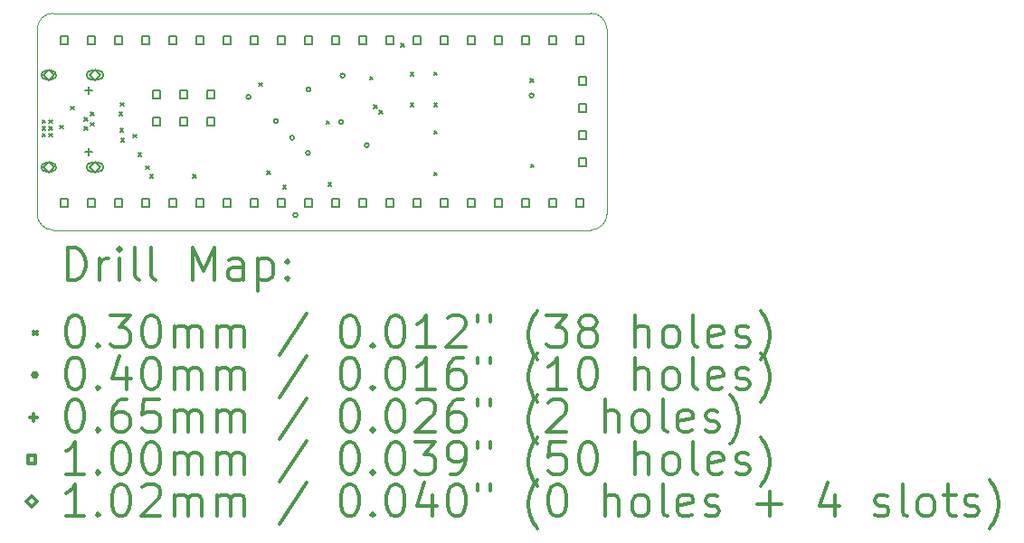
<source format=gbr>
%FSLAX45Y45*%
G04 Gerber Fmt 4.5, Leading zero omitted, Abs format (unit mm)*
G04 Created by KiCad (PCBNEW (5.1.2-1)-1) date 2020-03-21 16:32:48*
%MOMM*%
%LPD*%
G04 APERTURE LIST*
%ADD10C,0.050000*%
%ADD11C,0.200000*%
%ADD12C,0.300000*%
G04 APERTURE END LIST*
D10*
X1422400Y-3302000D02*
G75*
G02X1270000Y-3149600I-1588J150812D01*
G01*
X6451600Y-1270000D02*
G75*
G02X6604000Y-1422400I0J-152400D01*
G01*
X1270000Y-1422400D02*
G75*
G02X1422400Y-1270000I152400J0D01*
G01*
X6604000Y-3149600D02*
G75*
G02X6451600Y-3302000I-152400J0D01*
G01*
X1270000Y-3149600D02*
X1270000Y-1422400D01*
X6451600Y-3302000D02*
X1422400Y-3302000D01*
X6604000Y-1422400D02*
X6604000Y-3149600D01*
X1422400Y-1270000D02*
X6451600Y-1270000D01*
D11*
X1318500Y-2271000D02*
X1348500Y-2301000D01*
X1348500Y-2271000D02*
X1318500Y-2301000D01*
X1318500Y-2334500D02*
X1348500Y-2364500D01*
X1348500Y-2334500D02*
X1318500Y-2364500D01*
X1318500Y-2398000D02*
X1348500Y-2428000D01*
X1348500Y-2398000D02*
X1318500Y-2428000D01*
X1382000Y-2271000D02*
X1412000Y-2301000D01*
X1412000Y-2271000D02*
X1382000Y-2301000D01*
X1382000Y-2334500D02*
X1412000Y-2364500D01*
X1412000Y-2334500D02*
X1382000Y-2364500D01*
X1382000Y-2398000D02*
X1412000Y-2428000D01*
X1412000Y-2398000D02*
X1382000Y-2428000D01*
X1483600Y-2321800D02*
X1513600Y-2351800D01*
X1513600Y-2321800D02*
X1483600Y-2351800D01*
X1585200Y-2144000D02*
X1615200Y-2174000D01*
X1615200Y-2144000D02*
X1585200Y-2174000D01*
X1710974Y-2335026D02*
X1740974Y-2365026D01*
X1740974Y-2335026D02*
X1710974Y-2365026D01*
X1712050Y-2246950D02*
X1742050Y-2276950D01*
X1742050Y-2246950D02*
X1712050Y-2276950D01*
X1772000Y-2197000D02*
X1802000Y-2227000D01*
X1802000Y-2197000D02*
X1772000Y-2227000D01*
X1772511Y-2296119D02*
X1802511Y-2326119D01*
X1802511Y-2296119D02*
X1772511Y-2326119D01*
X2039000Y-2196000D02*
X2069000Y-2226000D01*
X2069000Y-2196000D02*
X2039000Y-2226000D01*
X2045000Y-2350000D02*
X2075000Y-2380000D01*
X2075000Y-2350000D02*
X2045000Y-2380000D01*
X2050001Y-2110000D02*
X2080001Y-2140000D01*
X2080001Y-2110000D02*
X2050001Y-2140000D01*
X2055000Y-2445000D02*
X2085000Y-2475000D01*
X2085000Y-2445000D02*
X2055000Y-2475000D01*
X2170000Y-2405000D02*
X2200000Y-2435000D01*
X2200000Y-2405000D02*
X2170000Y-2435000D01*
X2215000Y-2580000D02*
X2245000Y-2610000D01*
X2245000Y-2580000D02*
X2215000Y-2610000D01*
X2286637Y-2700941D02*
X2316637Y-2730941D01*
X2316637Y-2700941D02*
X2286637Y-2730941D01*
X2324000Y-2784000D02*
X2354000Y-2814000D01*
X2354000Y-2784000D02*
X2324000Y-2814000D01*
X2726000Y-2783000D02*
X2756000Y-2813000D01*
X2756000Y-2783000D02*
X2726000Y-2813000D01*
X3343684Y-1924316D02*
X3373684Y-1954316D01*
X3373684Y-1924316D02*
X3343684Y-1954316D01*
X3421861Y-2748861D02*
X3451861Y-2778861D01*
X3451861Y-2748861D02*
X3421861Y-2778861D01*
X3572000Y-2882000D02*
X3602000Y-2912000D01*
X3602000Y-2882000D02*
X3572000Y-2912000D01*
X3975734Y-2277587D02*
X4005734Y-2307587D01*
X4005734Y-2277587D02*
X3975734Y-2307587D01*
X3993437Y-2858375D02*
X4023437Y-2888375D01*
X4023437Y-2858375D02*
X3993437Y-2888375D01*
X4385000Y-1865000D02*
X4415000Y-1895000D01*
X4415000Y-1865000D02*
X4385000Y-1895000D01*
X4420000Y-2130000D02*
X4450000Y-2160000D01*
X4450000Y-2130000D02*
X4420000Y-2160000D01*
X4472995Y-2179768D02*
X4502995Y-2209768D01*
X4502995Y-2179768D02*
X4472995Y-2209768D01*
X4675979Y-1555382D02*
X4705979Y-1585382D01*
X4705979Y-1555382D02*
X4675979Y-1585382D01*
X4765000Y-1825000D02*
X4795000Y-1855000D01*
X4795000Y-1825000D02*
X4765000Y-1855000D01*
X4765000Y-2115000D02*
X4795000Y-2145000D01*
X4795000Y-2115000D02*
X4765000Y-2145000D01*
X4985000Y-1820000D02*
X5015000Y-1850000D01*
X5015000Y-1820000D02*
X4985000Y-1850000D01*
X4985000Y-2115000D02*
X5015000Y-2145000D01*
X5015000Y-2115000D02*
X4985000Y-2145000D01*
X4985000Y-2370000D02*
X5015000Y-2400000D01*
X5015000Y-2370000D02*
X4985000Y-2400000D01*
X4985000Y-2762949D02*
X5015000Y-2792949D01*
X5015000Y-2762949D02*
X4985000Y-2792949D01*
X5885000Y-1885000D02*
X5915000Y-1915000D01*
X5915000Y-1885000D02*
X5885000Y-1915000D01*
X5890000Y-2685000D02*
X5920000Y-2715000D01*
X5920000Y-2685000D02*
X5890000Y-2715000D01*
X3268281Y-2054719D02*
G75*
G03X3268281Y-2054719I-20000J0D01*
G01*
X3525000Y-2280000D02*
G75*
G03X3525000Y-2280000I-20000J0D01*
G01*
X3677000Y-2437000D02*
G75*
G03X3677000Y-2437000I-20000J0D01*
G01*
X3707000Y-3162000D02*
G75*
G03X3707000Y-3162000I-20000J0D01*
G01*
X3825000Y-2580000D02*
G75*
G03X3825000Y-2580000I-20000J0D01*
G01*
X3830000Y-1985000D02*
G75*
G03X3830000Y-1985000I-20000J0D01*
G01*
X4135000Y-2290000D02*
G75*
G03X4135000Y-2290000I-20000J0D01*
G01*
X4149281Y-1854281D02*
G75*
G03X4149281Y-1854281I-20000J0D01*
G01*
X4374963Y-2507037D02*
G75*
G03X4374963Y-2507037I-20000J0D01*
G01*
X5917562Y-2039937D02*
G75*
G03X5917562Y-2039937I-20000J0D01*
G01*
X1750220Y-1959700D02*
X1750220Y-2024700D01*
X1717720Y-1992200D02*
X1782720Y-1992200D01*
X1750220Y-2536700D02*
X1750220Y-2601700D01*
X1717720Y-2569200D02*
X1782720Y-2569200D01*
X6409168Y-1940356D02*
X6409168Y-1869644D01*
X6338457Y-1869644D01*
X6338457Y-1940356D01*
X6409168Y-1940356D01*
X6409168Y-2194356D02*
X6409168Y-2123644D01*
X6338457Y-2123644D01*
X6338457Y-2194356D01*
X6409168Y-2194356D01*
X6409168Y-2448356D02*
X6409168Y-2377644D01*
X6338457Y-2377644D01*
X6338457Y-2448356D01*
X6409168Y-2448356D01*
X6409168Y-2702356D02*
X6409168Y-2631644D01*
X6338457Y-2631644D01*
X6338457Y-2702356D01*
X6409168Y-2702356D01*
X2422956Y-2067356D02*
X2422956Y-1996644D01*
X2352244Y-1996644D01*
X2352244Y-2067356D01*
X2422956Y-2067356D01*
X2422956Y-2321356D02*
X2422956Y-2250644D01*
X2352244Y-2250644D01*
X2352244Y-2321356D01*
X2422956Y-2321356D01*
X2676956Y-2067356D02*
X2676956Y-1996644D01*
X2606244Y-1996644D01*
X2606244Y-2067356D01*
X2676956Y-2067356D01*
X2676956Y-2321356D02*
X2676956Y-2250644D01*
X2606244Y-2250644D01*
X2606244Y-2321356D01*
X2676956Y-2321356D01*
X2930956Y-2067356D02*
X2930956Y-1996644D01*
X2860244Y-1996644D01*
X2860244Y-2067356D01*
X2930956Y-2067356D01*
X2930956Y-2321356D02*
X2930956Y-2250644D01*
X2860244Y-2250644D01*
X2860244Y-2321356D01*
X2930956Y-2321356D01*
X1559356Y-1559356D02*
X1559356Y-1488644D01*
X1488644Y-1488644D01*
X1488644Y-1559356D01*
X1559356Y-1559356D01*
X1813356Y-1559356D02*
X1813356Y-1488644D01*
X1742644Y-1488644D01*
X1742644Y-1559356D01*
X1813356Y-1559356D01*
X2067356Y-1559356D02*
X2067356Y-1488644D01*
X1996644Y-1488644D01*
X1996644Y-1559356D01*
X2067356Y-1559356D01*
X2321356Y-1559356D02*
X2321356Y-1488644D01*
X2250644Y-1488644D01*
X2250644Y-1559356D01*
X2321356Y-1559356D01*
X2575356Y-1559356D02*
X2575356Y-1488644D01*
X2504644Y-1488644D01*
X2504644Y-1559356D01*
X2575356Y-1559356D01*
X2829356Y-1559356D02*
X2829356Y-1488644D01*
X2758644Y-1488644D01*
X2758644Y-1559356D01*
X2829356Y-1559356D01*
X3083356Y-1559356D02*
X3083356Y-1488644D01*
X3012644Y-1488644D01*
X3012644Y-1559356D01*
X3083356Y-1559356D01*
X3337356Y-1559356D02*
X3337356Y-1488644D01*
X3266644Y-1488644D01*
X3266644Y-1559356D01*
X3337356Y-1559356D01*
X3591356Y-1559356D02*
X3591356Y-1488644D01*
X3520644Y-1488644D01*
X3520644Y-1559356D01*
X3591356Y-1559356D01*
X3845356Y-1559356D02*
X3845356Y-1488644D01*
X3774644Y-1488644D01*
X3774644Y-1559356D01*
X3845356Y-1559356D01*
X4099356Y-1559356D02*
X4099356Y-1488644D01*
X4028644Y-1488644D01*
X4028644Y-1559356D01*
X4099356Y-1559356D01*
X4353356Y-1559356D02*
X4353356Y-1488644D01*
X4282644Y-1488644D01*
X4282644Y-1559356D01*
X4353356Y-1559356D01*
X4607356Y-1559356D02*
X4607356Y-1488644D01*
X4536644Y-1488644D01*
X4536644Y-1559356D01*
X4607356Y-1559356D01*
X4861356Y-1559356D02*
X4861356Y-1488644D01*
X4790644Y-1488644D01*
X4790644Y-1559356D01*
X4861356Y-1559356D01*
X5115356Y-1559356D02*
X5115356Y-1488644D01*
X5044644Y-1488644D01*
X5044644Y-1559356D01*
X5115356Y-1559356D01*
X5369356Y-1559356D02*
X5369356Y-1488644D01*
X5298644Y-1488644D01*
X5298644Y-1559356D01*
X5369356Y-1559356D01*
X5623356Y-1559356D02*
X5623356Y-1488644D01*
X5552644Y-1488644D01*
X5552644Y-1559356D01*
X5623356Y-1559356D01*
X5877356Y-1559356D02*
X5877356Y-1488644D01*
X5806644Y-1488644D01*
X5806644Y-1559356D01*
X5877356Y-1559356D01*
X6131356Y-1559356D02*
X6131356Y-1488644D01*
X6060644Y-1488644D01*
X6060644Y-1559356D01*
X6131356Y-1559356D01*
X6385356Y-1559356D02*
X6385356Y-1488644D01*
X6314644Y-1488644D01*
X6314644Y-1559356D01*
X6385356Y-1559356D01*
X1559356Y-3083356D02*
X1559356Y-3012644D01*
X1488644Y-3012644D01*
X1488644Y-3083356D01*
X1559356Y-3083356D01*
X1813356Y-3083356D02*
X1813356Y-3012644D01*
X1742644Y-3012644D01*
X1742644Y-3083356D01*
X1813356Y-3083356D01*
X2067356Y-3083356D02*
X2067356Y-3012644D01*
X1996644Y-3012644D01*
X1996644Y-3083356D01*
X2067356Y-3083356D01*
X2321356Y-3083356D02*
X2321356Y-3012644D01*
X2250644Y-3012644D01*
X2250644Y-3083356D01*
X2321356Y-3083356D01*
X2575356Y-3083356D02*
X2575356Y-3012644D01*
X2504644Y-3012644D01*
X2504644Y-3083356D01*
X2575356Y-3083356D01*
X2829356Y-3083356D02*
X2829356Y-3012644D01*
X2758644Y-3012644D01*
X2758644Y-3083356D01*
X2829356Y-3083356D01*
X3083356Y-3083356D02*
X3083356Y-3012644D01*
X3012644Y-3012644D01*
X3012644Y-3083356D01*
X3083356Y-3083356D01*
X3337356Y-3083356D02*
X3337356Y-3012644D01*
X3266644Y-3012644D01*
X3266644Y-3083356D01*
X3337356Y-3083356D01*
X3591356Y-3083356D02*
X3591356Y-3012644D01*
X3520644Y-3012644D01*
X3520644Y-3083356D01*
X3591356Y-3083356D01*
X3845356Y-3083356D02*
X3845356Y-3012644D01*
X3774644Y-3012644D01*
X3774644Y-3083356D01*
X3845356Y-3083356D01*
X4099356Y-3083356D02*
X4099356Y-3012644D01*
X4028644Y-3012644D01*
X4028644Y-3083356D01*
X4099356Y-3083356D01*
X4353356Y-3083356D02*
X4353356Y-3012644D01*
X4282644Y-3012644D01*
X4282644Y-3083356D01*
X4353356Y-3083356D01*
X4607356Y-3083356D02*
X4607356Y-3012644D01*
X4536644Y-3012644D01*
X4536644Y-3083356D01*
X4607356Y-3083356D01*
X4861356Y-3083356D02*
X4861356Y-3012644D01*
X4790644Y-3012644D01*
X4790644Y-3083356D01*
X4861356Y-3083356D01*
X5115356Y-3083356D02*
X5115356Y-3012644D01*
X5044644Y-3012644D01*
X5044644Y-3083356D01*
X5115356Y-3083356D01*
X5369356Y-3083356D02*
X5369356Y-3012644D01*
X5298644Y-3012644D01*
X5298644Y-3083356D01*
X5369356Y-3083356D01*
X5623356Y-3083356D02*
X5623356Y-3012644D01*
X5552644Y-3012644D01*
X5552644Y-3083356D01*
X5623356Y-3083356D01*
X5877356Y-3083356D02*
X5877356Y-3012644D01*
X5806644Y-3012644D01*
X5806644Y-3083356D01*
X5877356Y-3083356D01*
X6131356Y-3083356D02*
X6131356Y-3012644D01*
X6060644Y-3012644D01*
X6060644Y-3083356D01*
X6131356Y-3083356D01*
X6385356Y-3083356D02*
X6385356Y-3012644D01*
X6314644Y-3012644D01*
X6314644Y-3083356D01*
X6385356Y-3083356D01*
X1379220Y-1900000D02*
X1430020Y-1849200D01*
X1379220Y-1798400D01*
X1328420Y-1849200D01*
X1379220Y-1900000D01*
X1407160Y-1808400D02*
X1351280Y-1808400D01*
X1407160Y-1890000D02*
X1351280Y-1890000D01*
X1351280Y-1808400D02*
G75*
G03X1351280Y-1890000I0J-40800D01*
G01*
X1407160Y-1890000D02*
G75*
G03X1407160Y-1808400I0J40800D01*
G01*
X1379220Y-2763600D02*
X1430020Y-2712800D01*
X1379220Y-2662000D01*
X1328420Y-2712800D01*
X1379220Y-2763600D01*
X1407160Y-2672000D02*
X1351280Y-2672000D01*
X1407160Y-2753600D02*
X1351280Y-2753600D01*
X1351280Y-2672000D02*
G75*
G03X1351280Y-2753600I0J-40800D01*
G01*
X1407160Y-2753600D02*
G75*
G03X1407160Y-2672000I0J40800D01*
G01*
X1811020Y-1900000D02*
X1861820Y-1849200D01*
X1811020Y-1798400D01*
X1760220Y-1849200D01*
X1811020Y-1900000D01*
X1849120Y-1808400D02*
X1772920Y-1808400D01*
X1849120Y-1890000D02*
X1772920Y-1890000D01*
X1772920Y-1808400D02*
G75*
G03X1772920Y-1890000I0J-40800D01*
G01*
X1849120Y-1890000D02*
G75*
G03X1849120Y-1808400I0J40800D01*
G01*
X1811020Y-2763600D02*
X1861820Y-2712800D01*
X1811020Y-2662000D01*
X1760220Y-2712800D01*
X1811020Y-2763600D01*
X1849120Y-2672000D02*
X1772920Y-2672000D01*
X1849120Y-2753600D02*
X1772920Y-2753600D01*
X1772920Y-2672000D02*
G75*
G03X1772920Y-2753600I0J-40800D01*
G01*
X1849120Y-2753600D02*
G75*
G03X1849120Y-2672000I0J40800D01*
G01*
D12*
X1553920Y-3770223D02*
X1553920Y-3470223D01*
X1625349Y-3470223D01*
X1668206Y-3484508D01*
X1696777Y-3513080D01*
X1711063Y-3541651D01*
X1725349Y-3598794D01*
X1725349Y-3641651D01*
X1711063Y-3698794D01*
X1696777Y-3727365D01*
X1668206Y-3755937D01*
X1625349Y-3770223D01*
X1553920Y-3770223D01*
X1853920Y-3770223D02*
X1853920Y-3570223D01*
X1853920Y-3627365D02*
X1868206Y-3598794D01*
X1882492Y-3584508D01*
X1911063Y-3570223D01*
X1939634Y-3570223D01*
X2039634Y-3770223D02*
X2039634Y-3570223D01*
X2039634Y-3470223D02*
X2025349Y-3484508D01*
X2039634Y-3498794D01*
X2053920Y-3484508D01*
X2039634Y-3470223D01*
X2039634Y-3498794D01*
X2225349Y-3770223D02*
X2196777Y-3755937D01*
X2182492Y-3727365D01*
X2182492Y-3470223D01*
X2382492Y-3770223D02*
X2353920Y-3755937D01*
X2339634Y-3727365D01*
X2339634Y-3470223D01*
X2725349Y-3770223D02*
X2725349Y-3470223D01*
X2825349Y-3684508D01*
X2925349Y-3470223D01*
X2925349Y-3770223D01*
X3196777Y-3770223D02*
X3196777Y-3613080D01*
X3182492Y-3584508D01*
X3153920Y-3570223D01*
X3096777Y-3570223D01*
X3068206Y-3584508D01*
X3196777Y-3755937D02*
X3168206Y-3770223D01*
X3096777Y-3770223D01*
X3068206Y-3755937D01*
X3053920Y-3727365D01*
X3053920Y-3698794D01*
X3068206Y-3670223D01*
X3096777Y-3655937D01*
X3168206Y-3655937D01*
X3196777Y-3641651D01*
X3339634Y-3570223D02*
X3339634Y-3870223D01*
X3339634Y-3584508D02*
X3368206Y-3570223D01*
X3425349Y-3570223D01*
X3453920Y-3584508D01*
X3468206Y-3598794D01*
X3482492Y-3627365D01*
X3482492Y-3713080D01*
X3468206Y-3741651D01*
X3453920Y-3755937D01*
X3425349Y-3770223D01*
X3368206Y-3770223D01*
X3339634Y-3755937D01*
X3611063Y-3741651D02*
X3625349Y-3755937D01*
X3611063Y-3770223D01*
X3596777Y-3755937D01*
X3611063Y-3741651D01*
X3611063Y-3770223D01*
X3611063Y-3584508D02*
X3625349Y-3598794D01*
X3611063Y-3613080D01*
X3596777Y-3598794D01*
X3611063Y-3584508D01*
X3611063Y-3613080D01*
X1237492Y-4249508D02*
X1267492Y-4279508D01*
X1267492Y-4249508D02*
X1237492Y-4279508D01*
X1611063Y-4100223D02*
X1639634Y-4100223D01*
X1668206Y-4114508D01*
X1682492Y-4128794D01*
X1696777Y-4157365D01*
X1711063Y-4214508D01*
X1711063Y-4285937D01*
X1696777Y-4343080D01*
X1682492Y-4371651D01*
X1668206Y-4385937D01*
X1639634Y-4400223D01*
X1611063Y-4400223D01*
X1582492Y-4385937D01*
X1568206Y-4371651D01*
X1553920Y-4343080D01*
X1539634Y-4285937D01*
X1539634Y-4214508D01*
X1553920Y-4157365D01*
X1568206Y-4128794D01*
X1582492Y-4114508D01*
X1611063Y-4100223D01*
X1839634Y-4371651D02*
X1853920Y-4385937D01*
X1839634Y-4400223D01*
X1825349Y-4385937D01*
X1839634Y-4371651D01*
X1839634Y-4400223D01*
X1953920Y-4100223D02*
X2139634Y-4100223D01*
X2039634Y-4214508D01*
X2082492Y-4214508D01*
X2111063Y-4228794D01*
X2125349Y-4243080D01*
X2139634Y-4271651D01*
X2139634Y-4343080D01*
X2125349Y-4371651D01*
X2111063Y-4385937D01*
X2082492Y-4400223D01*
X1996777Y-4400223D01*
X1968206Y-4385937D01*
X1953920Y-4371651D01*
X2325349Y-4100223D02*
X2353920Y-4100223D01*
X2382492Y-4114508D01*
X2396777Y-4128794D01*
X2411063Y-4157365D01*
X2425349Y-4214508D01*
X2425349Y-4285937D01*
X2411063Y-4343080D01*
X2396777Y-4371651D01*
X2382492Y-4385937D01*
X2353920Y-4400223D01*
X2325349Y-4400223D01*
X2296777Y-4385937D01*
X2282492Y-4371651D01*
X2268206Y-4343080D01*
X2253920Y-4285937D01*
X2253920Y-4214508D01*
X2268206Y-4157365D01*
X2282492Y-4128794D01*
X2296777Y-4114508D01*
X2325349Y-4100223D01*
X2553920Y-4400223D02*
X2553920Y-4200223D01*
X2553920Y-4228794D02*
X2568206Y-4214508D01*
X2596777Y-4200223D01*
X2639634Y-4200223D01*
X2668206Y-4214508D01*
X2682492Y-4243080D01*
X2682492Y-4400223D01*
X2682492Y-4243080D02*
X2696777Y-4214508D01*
X2725349Y-4200223D01*
X2768206Y-4200223D01*
X2796777Y-4214508D01*
X2811063Y-4243080D01*
X2811063Y-4400223D01*
X2953920Y-4400223D02*
X2953920Y-4200223D01*
X2953920Y-4228794D02*
X2968206Y-4214508D01*
X2996777Y-4200223D01*
X3039634Y-4200223D01*
X3068206Y-4214508D01*
X3082492Y-4243080D01*
X3082492Y-4400223D01*
X3082492Y-4243080D02*
X3096777Y-4214508D01*
X3125349Y-4200223D01*
X3168206Y-4200223D01*
X3196777Y-4214508D01*
X3211063Y-4243080D01*
X3211063Y-4400223D01*
X3796777Y-4085937D02*
X3539634Y-4471651D01*
X4182492Y-4100223D02*
X4211063Y-4100223D01*
X4239634Y-4114508D01*
X4253920Y-4128794D01*
X4268206Y-4157365D01*
X4282492Y-4214508D01*
X4282492Y-4285937D01*
X4268206Y-4343080D01*
X4253920Y-4371651D01*
X4239634Y-4385937D01*
X4211063Y-4400223D01*
X4182492Y-4400223D01*
X4153920Y-4385937D01*
X4139634Y-4371651D01*
X4125349Y-4343080D01*
X4111063Y-4285937D01*
X4111063Y-4214508D01*
X4125349Y-4157365D01*
X4139634Y-4128794D01*
X4153920Y-4114508D01*
X4182492Y-4100223D01*
X4411063Y-4371651D02*
X4425349Y-4385937D01*
X4411063Y-4400223D01*
X4396777Y-4385937D01*
X4411063Y-4371651D01*
X4411063Y-4400223D01*
X4611063Y-4100223D02*
X4639634Y-4100223D01*
X4668206Y-4114508D01*
X4682492Y-4128794D01*
X4696777Y-4157365D01*
X4711063Y-4214508D01*
X4711063Y-4285937D01*
X4696777Y-4343080D01*
X4682492Y-4371651D01*
X4668206Y-4385937D01*
X4639634Y-4400223D01*
X4611063Y-4400223D01*
X4582492Y-4385937D01*
X4568206Y-4371651D01*
X4553920Y-4343080D01*
X4539634Y-4285937D01*
X4539634Y-4214508D01*
X4553920Y-4157365D01*
X4568206Y-4128794D01*
X4582492Y-4114508D01*
X4611063Y-4100223D01*
X4996777Y-4400223D02*
X4825349Y-4400223D01*
X4911063Y-4400223D02*
X4911063Y-4100223D01*
X4882492Y-4143080D01*
X4853920Y-4171651D01*
X4825349Y-4185937D01*
X5111063Y-4128794D02*
X5125349Y-4114508D01*
X5153920Y-4100223D01*
X5225349Y-4100223D01*
X5253920Y-4114508D01*
X5268206Y-4128794D01*
X5282492Y-4157365D01*
X5282492Y-4185937D01*
X5268206Y-4228794D01*
X5096777Y-4400223D01*
X5282492Y-4400223D01*
X5396777Y-4100223D02*
X5396777Y-4157365D01*
X5511063Y-4100223D02*
X5511063Y-4157365D01*
X5953920Y-4514508D02*
X5939634Y-4500223D01*
X5911063Y-4457366D01*
X5896777Y-4428794D01*
X5882491Y-4385937D01*
X5868206Y-4314508D01*
X5868206Y-4257366D01*
X5882491Y-4185937D01*
X5896777Y-4143080D01*
X5911063Y-4114508D01*
X5939634Y-4071651D01*
X5953920Y-4057365D01*
X6039634Y-4100223D02*
X6225349Y-4100223D01*
X6125349Y-4214508D01*
X6168206Y-4214508D01*
X6196777Y-4228794D01*
X6211063Y-4243080D01*
X6225349Y-4271651D01*
X6225349Y-4343080D01*
X6211063Y-4371651D01*
X6196777Y-4385937D01*
X6168206Y-4400223D01*
X6082491Y-4400223D01*
X6053920Y-4385937D01*
X6039634Y-4371651D01*
X6396777Y-4228794D02*
X6368206Y-4214508D01*
X6353920Y-4200223D01*
X6339634Y-4171651D01*
X6339634Y-4157365D01*
X6353920Y-4128794D01*
X6368206Y-4114508D01*
X6396777Y-4100223D01*
X6453920Y-4100223D01*
X6482491Y-4114508D01*
X6496777Y-4128794D01*
X6511063Y-4157365D01*
X6511063Y-4171651D01*
X6496777Y-4200223D01*
X6482491Y-4214508D01*
X6453920Y-4228794D01*
X6396777Y-4228794D01*
X6368206Y-4243080D01*
X6353920Y-4257366D01*
X6339634Y-4285937D01*
X6339634Y-4343080D01*
X6353920Y-4371651D01*
X6368206Y-4385937D01*
X6396777Y-4400223D01*
X6453920Y-4400223D01*
X6482491Y-4385937D01*
X6496777Y-4371651D01*
X6511063Y-4343080D01*
X6511063Y-4285937D01*
X6496777Y-4257366D01*
X6482491Y-4243080D01*
X6453920Y-4228794D01*
X6868206Y-4400223D02*
X6868206Y-4100223D01*
X6996777Y-4400223D02*
X6996777Y-4243080D01*
X6982492Y-4214508D01*
X6953920Y-4200223D01*
X6911063Y-4200223D01*
X6882492Y-4214508D01*
X6868206Y-4228794D01*
X7182492Y-4400223D02*
X7153920Y-4385937D01*
X7139634Y-4371651D01*
X7125349Y-4343080D01*
X7125349Y-4257366D01*
X7139634Y-4228794D01*
X7153920Y-4214508D01*
X7182492Y-4200223D01*
X7225349Y-4200223D01*
X7253920Y-4214508D01*
X7268206Y-4228794D01*
X7282492Y-4257366D01*
X7282492Y-4343080D01*
X7268206Y-4371651D01*
X7253920Y-4385937D01*
X7225349Y-4400223D01*
X7182492Y-4400223D01*
X7453920Y-4400223D02*
X7425349Y-4385937D01*
X7411063Y-4357366D01*
X7411063Y-4100223D01*
X7682492Y-4385937D02*
X7653920Y-4400223D01*
X7596777Y-4400223D01*
X7568206Y-4385937D01*
X7553920Y-4357366D01*
X7553920Y-4243080D01*
X7568206Y-4214508D01*
X7596777Y-4200223D01*
X7653920Y-4200223D01*
X7682492Y-4214508D01*
X7696777Y-4243080D01*
X7696777Y-4271651D01*
X7553920Y-4300223D01*
X7811063Y-4385937D02*
X7839634Y-4400223D01*
X7896777Y-4400223D01*
X7925349Y-4385937D01*
X7939634Y-4357366D01*
X7939634Y-4343080D01*
X7925349Y-4314508D01*
X7896777Y-4300223D01*
X7853920Y-4300223D01*
X7825349Y-4285937D01*
X7811063Y-4257366D01*
X7811063Y-4243080D01*
X7825349Y-4214508D01*
X7853920Y-4200223D01*
X7896777Y-4200223D01*
X7925349Y-4214508D01*
X8039634Y-4514508D02*
X8053920Y-4500223D01*
X8082492Y-4457366D01*
X8096777Y-4428794D01*
X8111063Y-4385937D01*
X8125349Y-4314508D01*
X8125349Y-4257366D01*
X8111063Y-4185937D01*
X8096777Y-4143080D01*
X8082492Y-4114508D01*
X8053920Y-4071651D01*
X8039634Y-4057365D01*
X1267492Y-4660508D02*
G75*
G03X1267492Y-4660508I-20000J0D01*
G01*
X1611063Y-4496223D02*
X1639634Y-4496223D01*
X1668206Y-4510508D01*
X1682492Y-4524794D01*
X1696777Y-4553366D01*
X1711063Y-4610508D01*
X1711063Y-4681937D01*
X1696777Y-4739080D01*
X1682492Y-4767651D01*
X1668206Y-4781937D01*
X1639634Y-4796223D01*
X1611063Y-4796223D01*
X1582492Y-4781937D01*
X1568206Y-4767651D01*
X1553920Y-4739080D01*
X1539634Y-4681937D01*
X1539634Y-4610508D01*
X1553920Y-4553366D01*
X1568206Y-4524794D01*
X1582492Y-4510508D01*
X1611063Y-4496223D01*
X1839634Y-4767651D02*
X1853920Y-4781937D01*
X1839634Y-4796223D01*
X1825349Y-4781937D01*
X1839634Y-4767651D01*
X1839634Y-4796223D01*
X2111063Y-4596223D02*
X2111063Y-4796223D01*
X2039634Y-4481937D02*
X1968206Y-4696223D01*
X2153920Y-4696223D01*
X2325349Y-4496223D02*
X2353920Y-4496223D01*
X2382492Y-4510508D01*
X2396777Y-4524794D01*
X2411063Y-4553366D01*
X2425349Y-4610508D01*
X2425349Y-4681937D01*
X2411063Y-4739080D01*
X2396777Y-4767651D01*
X2382492Y-4781937D01*
X2353920Y-4796223D01*
X2325349Y-4796223D01*
X2296777Y-4781937D01*
X2282492Y-4767651D01*
X2268206Y-4739080D01*
X2253920Y-4681937D01*
X2253920Y-4610508D01*
X2268206Y-4553366D01*
X2282492Y-4524794D01*
X2296777Y-4510508D01*
X2325349Y-4496223D01*
X2553920Y-4796223D02*
X2553920Y-4596223D01*
X2553920Y-4624794D02*
X2568206Y-4610508D01*
X2596777Y-4596223D01*
X2639634Y-4596223D01*
X2668206Y-4610508D01*
X2682492Y-4639080D01*
X2682492Y-4796223D01*
X2682492Y-4639080D02*
X2696777Y-4610508D01*
X2725349Y-4596223D01*
X2768206Y-4596223D01*
X2796777Y-4610508D01*
X2811063Y-4639080D01*
X2811063Y-4796223D01*
X2953920Y-4796223D02*
X2953920Y-4596223D01*
X2953920Y-4624794D02*
X2968206Y-4610508D01*
X2996777Y-4596223D01*
X3039634Y-4596223D01*
X3068206Y-4610508D01*
X3082492Y-4639080D01*
X3082492Y-4796223D01*
X3082492Y-4639080D02*
X3096777Y-4610508D01*
X3125349Y-4596223D01*
X3168206Y-4596223D01*
X3196777Y-4610508D01*
X3211063Y-4639080D01*
X3211063Y-4796223D01*
X3796777Y-4481937D02*
X3539634Y-4867651D01*
X4182492Y-4496223D02*
X4211063Y-4496223D01*
X4239634Y-4510508D01*
X4253920Y-4524794D01*
X4268206Y-4553366D01*
X4282492Y-4610508D01*
X4282492Y-4681937D01*
X4268206Y-4739080D01*
X4253920Y-4767651D01*
X4239634Y-4781937D01*
X4211063Y-4796223D01*
X4182492Y-4796223D01*
X4153920Y-4781937D01*
X4139634Y-4767651D01*
X4125349Y-4739080D01*
X4111063Y-4681937D01*
X4111063Y-4610508D01*
X4125349Y-4553366D01*
X4139634Y-4524794D01*
X4153920Y-4510508D01*
X4182492Y-4496223D01*
X4411063Y-4767651D02*
X4425349Y-4781937D01*
X4411063Y-4796223D01*
X4396777Y-4781937D01*
X4411063Y-4767651D01*
X4411063Y-4796223D01*
X4611063Y-4496223D02*
X4639634Y-4496223D01*
X4668206Y-4510508D01*
X4682492Y-4524794D01*
X4696777Y-4553366D01*
X4711063Y-4610508D01*
X4711063Y-4681937D01*
X4696777Y-4739080D01*
X4682492Y-4767651D01*
X4668206Y-4781937D01*
X4639634Y-4796223D01*
X4611063Y-4796223D01*
X4582492Y-4781937D01*
X4568206Y-4767651D01*
X4553920Y-4739080D01*
X4539634Y-4681937D01*
X4539634Y-4610508D01*
X4553920Y-4553366D01*
X4568206Y-4524794D01*
X4582492Y-4510508D01*
X4611063Y-4496223D01*
X4996777Y-4796223D02*
X4825349Y-4796223D01*
X4911063Y-4796223D02*
X4911063Y-4496223D01*
X4882492Y-4539080D01*
X4853920Y-4567651D01*
X4825349Y-4581937D01*
X5253920Y-4496223D02*
X5196777Y-4496223D01*
X5168206Y-4510508D01*
X5153920Y-4524794D01*
X5125349Y-4567651D01*
X5111063Y-4624794D01*
X5111063Y-4739080D01*
X5125349Y-4767651D01*
X5139634Y-4781937D01*
X5168206Y-4796223D01*
X5225349Y-4796223D01*
X5253920Y-4781937D01*
X5268206Y-4767651D01*
X5282492Y-4739080D01*
X5282492Y-4667651D01*
X5268206Y-4639080D01*
X5253920Y-4624794D01*
X5225349Y-4610508D01*
X5168206Y-4610508D01*
X5139634Y-4624794D01*
X5125349Y-4639080D01*
X5111063Y-4667651D01*
X5396777Y-4496223D02*
X5396777Y-4553366D01*
X5511063Y-4496223D02*
X5511063Y-4553366D01*
X5953920Y-4910508D02*
X5939634Y-4896223D01*
X5911063Y-4853366D01*
X5896777Y-4824794D01*
X5882491Y-4781937D01*
X5868206Y-4710508D01*
X5868206Y-4653366D01*
X5882491Y-4581937D01*
X5896777Y-4539080D01*
X5911063Y-4510508D01*
X5939634Y-4467651D01*
X5953920Y-4453366D01*
X6225349Y-4796223D02*
X6053920Y-4796223D01*
X6139634Y-4796223D02*
X6139634Y-4496223D01*
X6111063Y-4539080D01*
X6082491Y-4567651D01*
X6053920Y-4581937D01*
X6411063Y-4496223D02*
X6439634Y-4496223D01*
X6468206Y-4510508D01*
X6482491Y-4524794D01*
X6496777Y-4553366D01*
X6511063Y-4610508D01*
X6511063Y-4681937D01*
X6496777Y-4739080D01*
X6482491Y-4767651D01*
X6468206Y-4781937D01*
X6439634Y-4796223D01*
X6411063Y-4796223D01*
X6382491Y-4781937D01*
X6368206Y-4767651D01*
X6353920Y-4739080D01*
X6339634Y-4681937D01*
X6339634Y-4610508D01*
X6353920Y-4553366D01*
X6368206Y-4524794D01*
X6382491Y-4510508D01*
X6411063Y-4496223D01*
X6868206Y-4796223D02*
X6868206Y-4496223D01*
X6996777Y-4796223D02*
X6996777Y-4639080D01*
X6982492Y-4610508D01*
X6953920Y-4596223D01*
X6911063Y-4596223D01*
X6882492Y-4610508D01*
X6868206Y-4624794D01*
X7182492Y-4796223D02*
X7153920Y-4781937D01*
X7139634Y-4767651D01*
X7125349Y-4739080D01*
X7125349Y-4653366D01*
X7139634Y-4624794D01*
X7153920Y-4610508D01*
X7182492Y-4596223D01*
X7225349Y-4596223D01*
X7253920Y-4610508D01*
X7268206Y-4624794D01*
X7282492Y-4653366D01*
X7282492Y-4739080D01*
X7268206Y-4767651D01*
X7253920Y-4781937D01*
X7225349Y-4796223D01*
X7182492Y-4796223D01*
X7453920Y-4796223D02*
X7425349Y-4781937D01*
X7411063Y-4753366D01*
X7411063Y-4496223D01*
X7682492Y-4781937D02*
X7653920Y-4796223D01*
X7596777Y-4796223D01*
X7568206Y-4781937D01*
X7553920Y-4753366D01*
X7553920Y-4639080D01*
X7568206Y-4610508D01*
X7596777Y-4596223D01*
X7653920Y-4596223D01*
X7682492Y-4610508D01*
X7696777Y-4639080D01*
X7696777Y-4667651D01*
X7553920Y-4696223D01*
X7811063Y-4781937D02*
X7839634Y-4796223D01*
X7896777Y-4796223D01*
X7925349Y-4781937D01*
X7939634Y-4753366D01*
X7939634Y-4739080D01*
X7925349Y-4710508D01*
X7896777Y-4696223D01*
X7853920Y-4696223D01*
X7825349Y-4681937D01*
X7811063Y-4653366D01*
X7811063Y-4639080D01*
X7825349Y-4610508D01*
X7853920Y-4596223D01*
X7896777Y-4596223D01*
X7925349Y-4610508D01*
X8039634Y-4910508D02*
X8053920Y-4896223D01*
X8082492Y-4853366D01*
X8096777Y-4824794D01*
X8111063Y-4781937D01*
X8125349Y-4710508D01*
X8125349Y-4653366D01*
X8111063Y-4581937D01*
X8096777Y-4539080D01*
X8082492Y-4510508D01*
X8053920Y-4467651D01*
X8039634Y-4453366D01*
X1234992Y-5024008D02*
X1234992Y-5089008D01*
X1202492Y-5056508D02*
X1267492Y-5056508D01*
X1611063Y-4892223D02*
X1639634Y-4892223D01*
X1668206Y-4906508D01*
X1682492Y-4920794D01*
X1696777Y-4949366D01*
X1711063Y-5006508D01*
X1711063Y-5077937D01*
X1696777Y-5135080D01*
X1682492Y-5163651D01*
X1668206Y-5177937D01*
X1639634Y-5192223D01*
X1611063Y-5192223D01*
X1582492Y-5177937D01*
X1568206Y-5163651D01*
X1553920Y-5135080D01*
X1539634Y-5077937D01*
X1539634Y-5006508D01*
X1553920Y-4949366D01*
X1568206Y-4920794D01*
X1582492Y-4906508D01*
X1611063Y-4892223D01*
X1839634Y-5163651D02*
X1853920Y-5177937D01*
X1839634Y-5192223D01*
X1825349Y-5177937D01*
X1839634Y-5163651D01*
X1839634Y-5192223D01*
X2111063Y-4892223D02*
X2053920Y-4892223D01*
X2025349Y-4906508D01*
X2011063Y-4920794D01*
X1982492Y-4963651D01*
X1968206Y-5020794D01*
X1968206Y-5135080D01*
X1982492Y-5163651D01*
X1996777Y-5177937D01*
X2025349Y-5192223D01*
X2082492Y-5192223D01*
X2111063Y-5177937D01*
X2125349Y-5163651D01*
X2139634Y-5135080D01*
X2139634Y-5063651D01*
X2125349Y-5035080D01*
X2111063Y-5020794D01*
X2082492Y-5006508D01*
X2025349Y-5006508D01*
X1996777Y-5020794D01*
X1982492Y-5035080D01*
X1968206Y-5063651D01*
X2411063Y-4892223D02*
X2268206Y-4892223D01*
X2253920Y-5035080D01*
X2268206Y-5020794D01*
X2296777Y-5006508D01*
X2368206Y-5006508D01*
X2396777Y-5020794D01*
X2411063Y-5035080D01*
X2425349Y-5063651D01*
X2425349Y-5135080D01*
X2411063Y-5163651D01*
X2396777Y-5177937D01*
X2368206Y-5192223D01*
X2296777Y-5192223D01*
X2268206Y-5177937D01*
X2253920Y-5163651D01*
X2553920Y-5192223D02*
X2553920Y-4992223D01*
X2553920Y-5020794D02*
X2568206Y-5006508D01*
X2596777Y-4992223D01*
X2639634Y-4992223D01*
X2668206Y-5006508D01*
X2682492Y-5035080D01*
X2682492Y-5192223D01*
X2682492Y-5035080D02*
X2696777Y-5006508D01*
X2725349Y-4992223D01*
X2768206Y-4992223D01*
X2796777Y-5006508D01*
X2811063Y-5035080D01*
X2811063Y-5192223D01*
X2953920Y-5192223D02*
X2953920Y-4992223D01*
X2953920Y-5020794D02*
X2968206Y-5006508D01*
X2996777Y-4992223D01*
X3039634Y-4992223D01*
X3068206Y-5006508D01*
X3082492Y-5035080D01*
X3082492Y-5192223D01*
X3082492Y-5035080D02*
X3096777Y-5006508D01*
X3125349Y-4992223D01*
X3168206Y-4992223D01*
X3196777Y-5006508D01*
X3211063Y-5035080D01*
X3211063Y-5192223D01*
X3796777Y-4877937D02*
X3539634Y-5263651D01*
X4182492Y-4892223D02*
X4211063Y-4892223D01*
X4239634Y-4906508D01*
X4253920Y-4920794D01*
X4268206Y-4949366D01*
X4282492Y-5006508D01*
X4282492Y-5077937D01*
X4268206Y-5135080D01*
X4253920Y-5163651D01*
X4239634Y-5177937D01*
X4211063Y-5192223D01*
X4182492Y-5192223D01*
X4153920Y-5177937D01*
X4139634Y-5163651D01*
X4125349Y-5135080D01*
X4111063Y-5077937D01*
X4111063Y-5006508D01*
X4125349Y-4949366D01*
X4139634Y-4920794D01*
X4153920Y-4906508D01*
X4182492Y-4892223D01*
X4411063Y-5163651D02*
X4425349Y-5177937D01*
X4411063Y-5192223D01*
X4396777Y-5177937D01*
X4411063Y-5163651D01*
X4411063Y-5192223D01*
X4611063Y-4892223D02*
X4639634Y-4892223D01*
X4668206Y-4906508D01*
X4682492Y-4920794D01*
X4696777Y-4949366D01*
X4711063Y-5006508D01*
X4711063Y-5077937D01*
X4696777Y-5135080D01*
X4682492Y-5163651D01*
X4668206Y-5177937D01*
X4639634Y-5192223D01*
X4611063Y-5192223D01*
X4582492Y-5177937D01*
X4568206Y-5163651D01*
X4553920Y-5135080D01*
X4539634Y-5077937D01*
X4539634Y-5006508D01*
X4553920Y-4949366D01*
X4568206Y-4920794D01*
X4582492Y-4906508D01*
X4611063Y-4892223D01*
X4825349Y-4920794D02*
X4839634Y-4906508D01*
X4868206Y-4892223D01*
X4939634Y-4892223D01*
X4968206Y-4906508D01*
X4982492Y-4920794D01*
X4996777Y-4949366D01*
X4996777Y-4977937D01*
X4982492Y-5020794D01*
X4811063Y-5192223D01*
X4996777Y-5192223D01*
X5253920Y-4892223D02*
X5196777Y-4892223D01*
X5168206Y-4906508D01*
X5153920Y-4920794D01*
X5125349Y-4963651D01*
X5111063Y-5020794D01*
X5111063Y-5135080D01*
X5125349Y-5163651D01*
X5139634Y-5177937D01*
X5168206Y-5192223D01*
X5225349Y-5192223D01*
X5253920Y-5177937D01*
X5268206Y-5163651D01*
X5282492Y-5135080D01*
X5282492Y-5063651D01*
X5268206Y-5035080D01*
X5253920Y-5020794D01*
X5225349Y-5006508D01*
X5168206Y-5006508D01*
X5139634Y-5020794D01*
X5125349Y-5035080D01*
X5111063Y-5063651D01*
X5396777Y-4892223D02*
X5396777Y-4949366D01*
X5511063Y-4892223D02*
X5511063Y-4949366D01*
X5953920Y-5306508D02*
X5939634Y-5292223D01*
X5911063Y-5249366D01*
X5896777Y-5220794D01*
X5882491Y-5177937D01*
X5868206Y-5106508D01*
X5868206Y-5049366D01*
X5882491Y-4977937D01*
X5896777Y-4935080D01*
X5911063Y-4906508D01*
X5939634Y-4863651D01*
X5953920Y-4849366D01*
X6053920Y-4920794D02*
X6068206Y-4906508D01*
X6096777Y-4892223D01*
X6168206Y-4892223D01*
X6196777Y-4906508D01*
X6211063Y-4920794D01*
X6225349Y-4949366D01*
X6225349Y-4977937D01*
X6211063Y-5020794D01*
X6039634Y-5192223D01*
X6225349Y-5192223D01*
X6582491Y-5192223D02*
X6582491Y-4892223D01*
X6711063Y-5192223D02*
X6711063Y-5035080D01*
X6696777Y-5006508D01*
X6668206Y-4992223D01*
X6625349Y-4992223D01*
X6596777Y-5006508D01*
X6582491Y-5020794D01*
X6896777Y-5192223D02*
X6868206Y-5177937D01*
X6853920Y-5163651D01*
X6839634Y-5135080D01*
X6839634Y-5049366D01*
X6853920Y-5020794D01*
X6868206Y-5006508D01*
X6896777Y-4992223D01*
X6939634Y-4992223D01*
X6968206Y-5006508D01*
X6982492Y-5020794D01*
X6996777Y-5049366D01*
X6996777Y-5135080D01*
X6982492Y-5163651D01*
X6968206Y-5177937D01*
X6939634Y-5192223D01*
X6896777Y-5192223D01*
X7168206Y-5192223D02*
X7139634Y-5177937D01*
X7125349Y-5149366D01*
X7125349Y-4892223D01*
X7396777Y-5177937D02*
X7368206Y-5192223D01*
X7311063Y-5192223D01*
X7282492Y-5177937D01*
X7268206Y-5149366D01*
X7268206Y-5035080D01*
X7282492Y-5006508D01*
X7311063Y-4992223D01*
X7368206Y-4992223D01*
X7396777Y-5006508D01*
X7411063Y-5035080D01*
X7411063Y-5063651D01*
X7268206Y-5092223D01*
X7525349Y-5177937D02*
X7553920Y-5192223D01*
X7611063Y-5192223D01*
X7639634Y-5177937D01*
X7653920Y-5149366D01*
X7653920Y-5135080D01*
X7639634Y-5106508D01*
X7611063Y-5092223D01*
X7568206Y-5092223D01*
X7539634Y-5077937D01*
X7525349Y-5049366D01*
X7525349Y-5035080D01*
X7539634Y-5006508D01*
X7568206Y-4992223D01*
X7611063Y-4992223D01*
X7639634Y-5006508D01*
X7753920Y-5306508D02*
X7768206Y-5292223D01*
X7796777Y-5249366D01*
X7811063Y-5220794D01*
X7825349Y-5177937D01*
X7839634Y-5106508D01*
X7839634Y-5049366D01*
X7825349Y-4977937D01*
X7811063Y-4935080D01*
X7796777Y-4906508D01*
X7768206Y-4863651D01*
X7753920Y-4849366D01*
X1252847Y-5487864D02*
X1252847Y-5417153D01*
X1182136Y-5417153D01*
X1182136Y-5487864D01*
X1252847Y-5487864D01*
X1711063Y-5588223D02*
X1539634Y-5588223D01*
X1625349Y-5588223D02*
X1625349Y-5288223D01*
X1596777Y-5331080D01*
X1568206Y-5359651D01*
X1539634Y-5373937D01*
X1839634Y-5559651D02*
X1853920Y-5573937D01*
X1839634Y-5588223D01*
X1825349Y-5573937D01*
X1839634Y-5559651D01*
X1839634Y-5588223D01*
X2039634Y-5288223D02*
X2068206Y-5288223D01*
X2096777Y-5302508D01*
X2111063Y-5316794D01*
X2125349Y-5345366D01*
X2139634Y-5402508D01*
X2139634Y-5473937D01*
X2125349Y-5531080D01*
X2111063Y-5559651D01*
X2096777Y-5573937D01*
X2068206Y-5588223D01*
X2039634Y-5588223D01*
X2011063Y-5573937D01*
X1996777Y-5559651D01*
X1982492Y-5531080D01*
X1968206Y-5473937D01*
X1968206Y-5402508D01*
X1982492Y-5345366D01*
X1996777Y-5316794D01*
X2011063Y-5302508D01*
X2039634Y-5288223D01*
X2325349Y-5288223D02*
X2353920Y-5288223D01*
X2382492Y-5302508D01*
X2396777Y-5316794D01*
X2411063Y-5345366D01*
X2425349Y-5402508D01*
X2425349Y-5473937D01*
X2411063Y-5531080D01*
X2396777Y-5559651D01*
X2382492Y-5573937D01*
X2353920Y-5588223D01*
X2325349Y-5588223D01*
X2296777Y-5573937D01*
X2282492Y-5559651D01*
X2268206Y-5531080D01*
X2253920Y-5473937D01*
X2253920Y-5402508D01*
X2268206Y-5345366D01*
X2282492Y-5316794D01*
X2296777Y-5302508D01*
X2325349Y-5288223D01*
X2553920Y-5588223D02*
X2553920Y-5388223D01*
X2553920Y-5416794D02*
X2568206Y-5402508D01*
X2596777Y-5388223D01*
X2639634Y-5388223D01*
X2668206Y-5402508D01*
X2682492Y-5431080D01*
X2682492Y-5588223D01*
X2682492Y-5431080D02*
X2696777Y-5402508D01*
X2725349Y-5388223D01*
X2768206Y-5388223D01*
X2796777Y-5402508D01*
X2811063Y-5431080D01*
X2811063Y-5588223D01*
X2953920Y-5588223D02*
X2953920Y-5388223D01*
X2953920Y-5416794D02*
X2968206Y-5402508D01*
X2996777Y-5388223D01*
X3039634Y-5388223D01*
X3068206Y-5402508D01*
X3082492Y-5431080D01*
X3082492Y-5588223D01*
X3082492Y-5431080D02*
X3096777Y-5402508D01*
X3125349Y-5388223D01*
X3168206Y-5388223D01*
X3196777Y-5402508D01*
X3211063Y-5431080D01*
X3211063Y-5588223D01*
X3796777Y-5273937D02*
X3539634Y-5659651D01*
X4182492Y-5288223D02*
X4211063Y-5288223D01*
X4239634Y-5302508D01*
X4253920Y-5316794D01*
X4268206Y-5345366D01*
X4282492Y-5402508D01*
X4282492Y-5473937D01*
X4268206Y-5531080D01*
X4253920Y-5559651D01*
X4239634Y-5573937D01*
X4211063Y-5588223D01*
X4182492Y-5588223D01*
X4153920Y-5573937D01*
X4139634Y-5559651D01*
X4125349Y-5531080D01*
X4111063Y-5473937D01*
X4111063Y-5402508D01*
X4125349Y-5345366D01*
X4139634Y-5316794D01*
X4153920Y-5302508D01*
X4182492Y-5288223D01*
X4411063Y-5559651D02*
X4425349Y-5573937D01*
X4411063Y-5588223D01*
X4396777Y-5573937D01*
X4411063Y-5559651D01*
X4411063Y-5588223D01*
X4611063Y-5288223D02*
X4639634Y-5288223D01*
X4668206Y-5302508D01*
X4682492Y-5316794D01*
X4696777Y-5345366D01*
X4711063Y-5402508D01*
X4711063Y-5473937D01*
X4696777Y-5531080D01*
X4682492Y-5559651D01*
X4668206Y-5573937D01*
X4639634Y-5588223D01*
X4611063Y-5588223D01*
X4582492Y-5573937D01*
X4568206Y-5559651D01*
X4553920Y-5531080D01*
X4539634Y-5473937D01*
X4539634Y-5402508D01*
X4553920Y-5345366D01*
X4568206Y-5316794D01*
X4582492Y-5302508D01*
X4611063Y-5288223D01*
X4811063Y-5288223D02*
X4996777Y-5288223D01*
X4896777Y-5402508D01*
X4939634Y-5402508D01*
X4968206Y-5416794D01*
X4982492Y-5431080D01*
X4996777Y-5459651D01*
X4996777Y-5531080D01*
X4982492Y-5559651D01*
X4968206Y-5573937D01*
X4939634Y-5588223D01*
X4853920Y-5588223D01*
X4825349Y-5573937D01*
X4811063Y-5559651D01*
X5139634Y-5588223D02*
X5196777Y-5588223D01*
X5225349Y-5573937D01*
X5239634Y-5559651D01*
X5268206Y-5516794D01*
X5282492Y-5459651D01*
X5282492Y-5345366D01*
X5268206Y-5316794D01*
X5253920Y-5302508D01*
X5225349Y-5288223D01*
X5168206Y-5288223D01*
X5139634Y-5302508D01*
X5125349Y-5316794D01*
X5111063Y-5345366D01*
X5111063Y-5416794D01*
X5125349Y-5445366D01*
X5139634Y-5459651D01*
X5168206Y-5473937D01*
X5225349Y-5473937D01*
X5253920Y-5459651D01*
X5268206Y-5445366D01*
X5282492Y-5416794D01*
X5396777Y-5288223D02*
X5396777Y-5345366D01*
X5511063Y-5288223D02*
X5511063Y-5345366D01*
X5953920Y-5702508D02*
X5939634Y-5688223D01*
X5911063Y-5645365D01*
X5896777Y-5616794D01*
X5882491Y-5573937D01*
X5868206Y-5502508D01*
X5868206Y-5445366D01*
X5882491Y-5373937D01*
X5896777Y-5331080D01*
X5911063Y-5302508D01*
X5939634Y-5259651D01*
X5953920Y-5245366D01*
X6211063Y-5288223D02*
X6068206Y-5288223D01*
X6053920Y-5431080D01*
X6068206Y-5416794D01*
X6096777Y-5402508D01*
X6168206Y-5402508D01*
X6196777Y-5416794D01*
X6211063Y-5431080D01*
X6225349Y-5459651D01*
X6225349Y-5531080D01*
X6211063Y-5559651D01*
X6196777Y-5573937D01*
X6168206Y-5588223D01*
X6096777Y-5588223D01*
X6068206Y-5573937D01*
X6053920Y-5559651D01*
X6411063Y-5288223D02*
X6439634Y-5288223D01*
X6468206Y-5302508D01*
X6482491Y-5316794D01*
X6496777Y-5345366D01*
X6511063Y-5402508D01*
X6511063Y-5473937D01*
X6496777Y-5531080D01*
X6482491Y-5559651D01*
X6468206Y-5573937D01*
X6439634Y-5588223D01*
X6411063Y-5588223D01*
X6382491Y-5573937D01*
X6368206Y-5559651D01*
X6353920Y-5531080D01*
X6339634Y-5473937D01*
X6339634Y-5402508D01*
X6353920Y-5345366D01*
X6368206Y-5316794D01*
X6382491Y-5302508D01*
X6411063Y-5288223D01*
X6868206Y-5588223D02*
X6868206Y-5288223D01*
X6996777Y-5588223D02*
X6996777Y-5431080D01*
X6982492Y-5402508D01*
X6953920Y-5388223D01*
X6911063Y-5388223D01*
X6882492Y-5402508D01*
X6868206Y-5416794D01*
X7182492Y-5588223D02*
X7153920Y-5573937D01*
X7139634Y-5559651D01*
X7125349Y-5531080D01*
X7125349Y-5445366D01*
X7139634Y-5416794D01*
X7153920Y-5402508D01*
X7182492Y-5388223D01*
X7225349Y-5388223D01*
X7253920Y-5402508D01*
X7268206Y-5416794D01*
X7282492Y-5445366D01*
X7282492Y-5531080D01*
X7268206Y-5559651D01*
X7253920Y-5573937D01*
X7225349Y-5588223D01*
X7182492Y-5588223D01*
X7453920Y-5588223D02*
X7425349Y-5573937D01*
X7411063Y-5545366D01*
X7411063Y-5288223D01*
X7682492Y-5573937D02*
X7653920Y-5588223D01*
X7596777Y-5588223D01*
X7568206Y-5573937D01*
X7553920Y-5545366D01*
X7553920Y-5431080D01*
X7568206Y-5402508D01*
X7596777Y-5388223D01*
X7653920Y-5388223D01*
X7682492Y-5402508D01*
X7696777Y-5431080D01*
X7696777Y-5459651D01*
X7553920Y-5488223D01*
X7811063Y-5573937D02*
X7839634Y-5588223D01*
X7896777Y-5588223D01*
X7925349Y-5573937D01*
X7939634Y-5545366D01*
X7939634Y-5531080D01*
X7925349Y-5502508D01*
X7896777Y-5488223D01*
X7853920Y-5488223D01*
X7825349Y-5473937D01*
X7811063Y-5445366D01*
X7811063Y-5431080D01*
X7825349Y-5402508D01*
X7853920Y-5388223D01*
X7896777Y-5388223D01*
X7925349Y-5402508D01*
X8039634Y-5702508D02*
X8053920Y-5688223D01*
X8082492Y-5645365D01*
X8096777Y-5616794D01*
X8111063Y-5573937D01*
X8125349Y-5502508D01*
X8125349Y-5445366D01*
X8111063Y-5373937D01*
X8096777Y-5331080D01*
X8082492Y-5302508D01*
X8053920Y-5259651D01*
X8039634Y-5245366D01*
X1216692Y-5899308D02*
X1267492Y-5848508D01*
X1216692Y-5797708D01*
X1165892Y-5848508D01*
X1216692Y-5899308D01*
X1711063Y-5984223D02*
X1539634Y-5984223D01*
X1625349Y-5984223D02*
X1625349Y-5684223D01*
X1596777Y-5727080D01*
X1568206Y-5755651D01*
X1539634Y-5769937D01*
X1839634Y-5955651D02*
X1853920Y-5969937D01*
X1839634Y-5984223D01*
X1825349Y-5969937D01*
X1839634Y-5955651D01*
X1839634Y-5984223D01*
X2039634Y-5684223D02*
X2068206Y-5684223D01*
X2096777Y-5698508D01*
X2111063Y-5712794D01*
X2125349Y-5741365D01*
X2139634Y-5798508D01*
X2139634Y-5869937D01*
X2125349Y-5927080D01*
X2111063Y-5955651D01*
X2096777Y-5969937D01*
X2068206Y-5984223D01*
X2039634Y-5984223D01*
X2011063Y-5969937D01*
X1996777Y-5955651D01*
X1982492Y-5927080D01*
X1968206Y-5869937D01*
X1968206Y-5798508D01*
X1982492Y-5741365D01*
X1996777Y-5712794D01*
X2011063Y-5698508D01*
X2039634Y-5684223D01*
X2253920Y-5712794D02*
X2268206Y-5698508D01*
X2296777Y-5684223D01*
X2368206Y-5684223D01*
X2396777Y-5698508D01*
X2411063Y-5712794D01*
X2425349Y-5741365D01*
X2425349Y-5769937D01*
X2411063Y-5812794D01*
X2239634Y-5984223D01*
X2425349Y-5984223D01*
X2553920Y-5984223D02*
X2553920Y-5784223D01*
X2553920Y-5812794D02*
X2568206Y-5798508D01*
X2596777Y-5784223D01*
X2639634Y-5784223D01*
X2668206Y-5798508D01*
X2682492Y-5827080D01*
X2682492Y-5984223D01*
X2682492Y-5827080D02*
X2696777Y-5798508D01*
X2725349Y-5784223D01*
X2768206Y-5784223D01*
X2796777Y-5798508D01*
X2811063Y-5827080D01*
X2811063Y-5984223D01*
X2953920Y-5984223D02*
X2953920Y-5784223D01*
X2953920Y-5812794D02*
X2968206Y-5798508D01*
X2996777Y-5784223D01*
X3039634Y-5784223D01*
X3068206Y-5798508D01*
X3082492Y-5827080D01*
X3082492Y-5984223D01*
X3082492Y-5827080D02*
X3096777Y-5798508D01*
X3125349Y-5784223D01*
X3168206Y-5784223D01*
X3196777Y-5798508D01*
X3211063Y-5827080D01*
X3211063Y-5984223D01*
X3796777Y-5669937D02*
X3539634Y-6055651D01*
X4182492Y-5684223D02*
X4211063Y-5684223D01*
X4239634Y-5698508D01*
X4253920Y-5712794D01*
X4268206Y-5741365D01*
X4282492Y-5798508D01*
X4282492Y-5869937D01*
X4268206Y-5927080D01*
X4253920Y-5955651D01*
X4239634Y-5969937D01*
X4211063Y-5984223D01*
X4182492Y-5984223D01*
X4153920Y-5969937D01*
X4139634Y-5955651D01*
X4125349Y-5927080D01*
X4111063Y-5869937D01*
X4111063Y-5798508D01*
X4125349Y-5741365D01*
X4139634Y-5712794D01*
X4153920Y-5698508D01*
X4182492Y-5684223D01*
X4411063Y-5955651D02*
X4425349Y-5969937D01*
X4411063Y-5984223D01*
X4396777Y-5969937D01*
X4411063Y-5955651D01*
X4411063Y-5984223D01*
X4611063Y-5684223D02*
X4639634Y-5684223D01*
X4668206Y-5698508D01*
X4682492Y-5712794D01*
X4696777Y-5741365D01*
X4711063Y-5798508D01*
X4711063Y-5869937D01*
X4696777Y-5927080D01*
X4682492Y-5955651D01*
X4668206Y-5969937D01*
X4639634Y-5984223D01*
X4611063Y-5984223D01*
X4582492Y-5969937D01*
X4568206Y-5955651D01*
X4553920Y-5927080D01*
X4539634Y-5869937D01*
X4539634Y-5798508D01*
X4553920Y-5741365D01*
X4568206Y-5712794D01*
X4582492Y-5698508D01*
X4611063Y-5684223D01*
X4968206Y-5784223D02*
X4968206Y-5984223D01*
X4896777Y-5669937D02*
X4825349Y-5884223D01*
X5011063Y-5884223D01*
X5182492Y-5684223D02*
X5211063Y-5684223D01*
X5239634Y-5698508D01*
X5253920Y-5712794D01*
X5268206Y-5741365D01*
X5282492Y-5798508D01*
X5282492Y-5869937D01*
X5268206Y-5927080D01*
X5253920Y-5955651D01*
X5239634Y-5969937D01*
X5211063Y-5984223D01*
X5182492Y-5984223D01*
X5153920Y-5969937D01*
X5139634Y-5955651D01*
X5125349Y-5927080D01*
X5111063Y-5869937D01*
X5111063Y-5798508D01*
X5125349Y-5741365D01*
X5139634Y-5712794D01*
X5153920Y-5698508D01*
X5182492Y-5684223D01*
X5396777Y-5684223D02*
X5396777Y-5741365D01*
X5511063Y-5684223D02*
X5511063Y-5741365D01*
X5953920Y-6098508D02*
X5939634Y-6084223D01*
X5911063Y-6041365D01*
X5896777Y-6012794D01*
X5882491Y-5969937D01*
X5868206Y-5898508D01*
X5868206Y-5841365D01*
X5882491Y-5769937D01*
X5896777Y-5727080D01*
X5911063Y-5698508D01*
X5939634Y-5655651D01*
X5953920Y-5641365D01*
X6125349Y-5684223D02*
X6153920Y-5684223D01*
X6182491Y-5698508D01*
X6196777Y-5712794D01*
X6211063Y-5741365D01*
X6225349Y-5798508D01*
X6225349Y-5869937D01*
X6211063Y-5927080D01*
X6196777Y-5955651D01*
X6182491Y-5969937D01*
X6153920Y-5984223D01*
X6125349Y-5984223D01*
X6096777Y-5969937D01*
X6082491Y-5955651D01*
X6068206Y-5927080D01*
X6053920Y-5869937D01*
X6053920Y-5798508D01*
X6068206Y-5741365D01*
X6082491Y-5712794D01*
X6096777Y-5698508D01*
X6125349Y-5684223D01*
X6582491Y-5984223D02*
X6582491Y-5684223D01*
X6711063Y-5984223D02*
X6711063Y-5827080D01*
X6696777Y-5798508D01*
X6668206Y-5784223D01*
X6625349Y-5784223D01*
X6596777Y-5798508D01*
X6582491Y-5812794D01*
X6896777Y-5984223D02*
X6868206Y-5969937D01*
X6853920Y-5955651D01*
X6839634Y-5927080D01*
X6839634Y-5841365D01*
X6853920Y-5812794D01*
X6868206Y-5798508D01*
X6896777Y-5784223D01*
X6939634Y-5784223D01*
X6968206Y-5798508D01*
X6982492Y-5812794D01*
X6996777Y-5841365D01*
X6996777Y-5927080D01*
X6982492Y-5955651D01*
X6968206Y-5969937D01*
X6939634Y-5984223D01*
X6896777Y-5984223D01*
X7168206Y-5984223D02*
X7139634Y-5969937D01*
X7125349Y-5941365D01*
X7125349Y-5684223D01*
X7396777Y-5969937D02*
X7368206Y-5984223D01*
X7311063Y-5984223D01*
X7282492Y-5969937D01*
X7268206Y-5941365D01*
X7268206Y-5827080D01*
X7282492Y-5798508D01*
X7311063Y-5784223D01*
X7368206Y-5784223D01*
X7396777Y-5798508D01*
X7411063Y-5827080D01*
X7411063Y-5855651D01*
X7268206Y-5884223D01*
X7525349Y-5969937D02*
X7553920Y-5984223D01*
X7611063Y-5984223D01*
X7639634Y-5969937D01*
X7653920Y-5941365D01*
X7653920Y-5927080D01*
X7639634Y-5898508D01*
X7611063Y-5884223D01*
X7568206Y-5884223D01*
X7539634Y-5869937D01*
X7525349Y-5841365D01*
X7525349Y-5827080D01*
X7539634Y-5798508D01*
X7568206Y-5784223D01*
X7611063Y-5784223D01*
X7639634Y-5798508D01*
X8011063Y-5869937D02*
X8239634Y-5869937D01*
X8125349Y-5984223D02*
X8125349Y-5755651D01*
X8739634Y-5784223D02*
X8739634Y-5984223D01*
X8668206Y-5669937D02*
X8596777Y-5884223D01*
X8782492Y-5884223D01*
X9111063Y-5969937D02*
X9139634Y-5984223D01*
X9196777Y-5984223D01*
X9225349Y-5969937D01*
X9239634Y-5941365D01*
X9239634Y-5927080D01*
X9225349Y-5898508D01*
X9196777Y-5884223D01*
X9153920Y-5884223D01*
X9125349Y-5869937D01*
X9111063Y-5841365D01*
X9111063Y-5827080D01*
X9125349Y-5798508D01*
X9153920Y-5784223D01*
X9196777Y-5784223D01*
X9225349Y-5798508D01*
X9411063Y-5984223D02*
X9382492Y-5969937D01*
X9368206Y-5941365D01*
X9368206Y-5684223D01*
X9568206Y-5984223D02*
X9539634Y-5969937D01*
X9525349Y-5955651D01*
X9511063Y-5927080D01*
X9511063Y-5841365D01*
X9525349Y-5812794D01*
X9539634Y-5798508D01*
X9568206Y-5784223D01*
X9611063Y-5784223D01*
X9639634Y-5798508D01*
X9653920Y-5812794D01*
X9668206Y-5841365D01*
X9668206Y-5927080D01*
X9653920Y-5955651D01*
X9639634Y-5969937D01*
X9611063Y-5984223D01*
X9568206Y-5984223D01*
X9753920Y-5784223D02*
X9868206Y-5784223D01*
X9796777Y-5684223D02*
X9796777Y-5941365D01*
X9811063Y-5969937D01*
X9839634Y-5984223D01*
X9868206Y-5984223D01*
X9953920Y-5969937D02*
X9982492Y-5984223D01*
X10039634Y-5984223D01*
X10068206Y-5969937D01*
X10082492Y-5941365D01*
X10082492Y-5927080D01*
X10068206Y-5898508D01*
X10039634Y-5884223D01*
X9996777Y-5884223D01*
X9968206Y-5869937D01*
X9953920Y-5841365D01*
X9953920Y-5827080D01*
X9968206Y-5798508D01*
X9996777Y-5784223D01*
X10039634Y-5784223D01*
X10068206Y-5798508D01*
X10182492Y-6098508D02*
X10196777Y-6084223D01*
X10225349Y-6041365D01*
X10239634Y-6012794D01*
X10253920Y-5969937D01*
X10268206Y-5898508D01*
X10268206Y-5841365D01*
X10253920Y-5769937D01*
X10239634Y-5727080D01*
X10225349Y-5698508D01*
X10196777Y-5655651D01*
X10182492Y-5641365D01*
M02*

</source>
